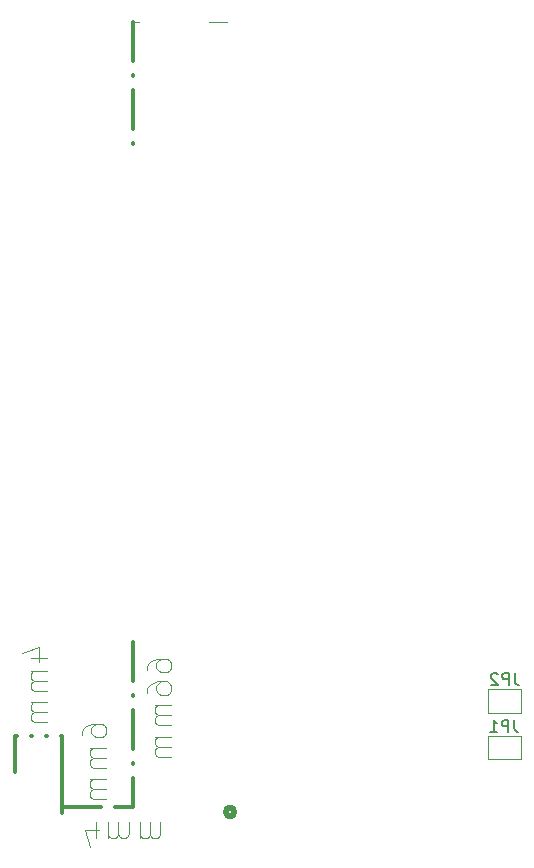
<source format=gbr>
%TF.GenerationSoftware,KiCad,Pcbnew,8.0.8*%
%TF.CreationDate,2025-01-17T17:15:23+08:00*%
%TF.ProjectId,The Button,54686520-4275-4747-946f-6e2e6b696361,rev?*%
%TF.SameCoordinates,Original*%
%TF.FileFunction,Legend,Bot*%
%TF.FilePolarity,Positive*%
%FSLAX46Y46*%
G04 Gerber Fmt 4.6, Leading zero omitted, Abs format (unit mm)*
G04 Created by KiCad (PCBNEW 8.0.8) date 2025-01-17 17:15:23*
%MOMM*%
%LPD*%
G01*
G04 APERTURE LIST*
%ADD10C,0.100000*%
%ADD11C,0.300000*%
%ADD12C,0.150000*%
%ADD13C,0.120000*%
%ADD14C,0.508000*%
G04 APERTURE END LIST*
D10*
X156899122Y-96583295D02*
X156899122Y-95249961D01*
X156422931Y-97345200D02*
X155946741Y-95916628D01*
X155946741Y-95916628D02*
X157184836Y-95916628D01*
X157946741Y-95249961D02*
X157946741Y-96583295D01*
X157946741Y-96392819D02*
X158041979Y-96488057D01*
X158041979Y-96488057D02*
X158232455Y-96583295D01*
X158232455Y-96583295D02*
X158518170Y-96583295D01*
X158518170Y-96583295D02*
X158708646Y-96488057D01*
X158708646Y-96488057D02*
X158803884Y-96297580D01*
X158803884Y-96297580D02*
X158803884Y-95249961D01*
X158803884Y-96297580D02*
X158899122Y-96488057D01*
X158899122Y-96488057D02*
X159089598Y-96583295D01*
X159089598Y-96583295D02*
X159375312Y-96583295D01*
X159375312Y-96583295D02*
X159565789Y-96488057D01*
X159565789Y-96488057D02*
X159661027Y-96297580D01*
X159661027Y-96297580D02*
X159661027Y-95249961D01*
X160613408Y-95249961D02*
X160613408Y-96583295D01*
X160613408Y-96392819D02*
X160708646Y-96488057D01*
X160708646Y-96488057D02*
X160899122Y-96583295D01*
X160899122Y-96583295D02*
X161184837Y-96583295D01*
X161184837Y-96583295D02*
X161375313Y-96488057D01*
X161375313Y-96488057D02*
X161470551Y-96297580D01*
X161470551Y-96297580D02*
X161470551Y-95249961D01*
X161470551Y-96297580D02*
X161565789Y-96488057D01*
X161565789Y-96488057D02*
X161756265Y-96583295D01*
X161756265Y-96583295D02*
X162041979Y-96583295D01*
X162041979Y-96583295D02*
X162232456Y-96488057D01*
X162232456Y-96488057D02*
X162327694Y-96297580D01*
X162327694Y-96297580D02*
X162327694Y-95249961D01*
D11*
X154000000Y-94000000D02*
X157300000Y-94000000D01*
X158500000Y-94000000D02*
X160000000Y-94000000D01*
D10*
X155750038Y-87899122D02*
X155750038Y-87518169D01*
X155750038Y-87518169D02*
X155845276Y-87327693D01*
X155845276Y-87327693D02*
X155940514Y-87232455D01*
X155940514Y-87232455D02*
X156226228Y-87041979D01*
X156226228Y-87041979D02*
X156607180Y-86946741D01*
X156607180Y-86946741D02*
X157369085Y-86946741D01*
X157369085Y-86946741D02*
X157559561Y-87041979D01*
X157559561Y-87041979D02*
X157654800Y-87137217D01*
X157654800Y-87137217D02*
X157750038Y-87327693D01*
X157750038Y-87327693D02*
X157750038Y-87708646D01*
X157750038Y-87708646D02*
X157654800Y-87899122D01*
X157654800Y-87899122D02*
X157559561Y-87994360D01*
X157559561Y-87994360D02*
X157369085Y-88089598D01*
X157369085Y-88089598D02*
X156892895Y-88089598D01*
X156892895Y-88089598D02*
X156702419Y-87994360D01*
X156702419Y-87994360D02*
X156607180Y-87899122D01*
X156607180Y-87899122D02*
X156511942Y-87708646D01*
X156511942Y-87708646D02*
X156511942Y-87327693D01*
X156511942Y-87327693D02*
X156607180Y-87137217D01*
X156607180Y-87137217D02*
X156702419Y-87041979D01*
X156702419Y-87041979D02*
X156892895Y-86946741D01*
X157750038Y-88946741D02*
X156416704Y-88946741D01*
X156607180Y-88946741D02*
X156511942Y-89041979D01*
X156511942Y-89041979D02*
X156416704Y-89232455D01*
X156416704Y-89232455D02*
X156416704Y-89518170D01*
X156416704Y-89518170D02*
X156511942Y-89708646D01*
X156511942Y-89708646D02*
X156702419Y-89803884D01*
X156702419Y-89803884D02*
X157750038Y-89803884D01*
X156702419Y-89803884D02*
X156511942Y-89899122D01*
X156511942Y-89899122D02*
X156416704Y-90089598D01*
X156416704Y-90089598D02*
X156416704Y-90375312D01*
X156416704Y-90375312D02*
X156511942Y-90565789D01*
X156511942Y-90565789D02*
X156702419Y-90661027D01*
X156702419Y-90661027D02*
X157750038Y-90661027D01*
X157750038Y-91613408D02*
X156416704Y-91613408D01*
X156607180Y-91613408D02*
X156511942Y-91708646D01*
X156511942Y-91708646D02*
X156416704Y-91899122D01*
X156416704Y-91899122D02*
X156416704Y-92184837D01*
X156416704Y-92184837D02*
X156511942Y-92375313D01*
X156511942Y-92375313D02*
X156702419Y-92470551D01*
X156702419Y-92470551D02*
X157750038Y-92470551D01*
X156702419Y-92470551D02*
X156511942Y-92565789D01*
X156511942Y-92565789D02*
X156416704Y-92756265D01*
X156416704Y-92756265D02*
X156416704Y-93041979D01*
X156416704Y-93041979D02*
X156511942Y-93232456D01*
X156511942Y-93232456D02*
X156702419Y-93327694D01*
X156702419Y-93327694D02*
X157750038Y-93327694D01*
D11*
X160000000Y-80000000D02*
X160000000Y-83300000D01*
X160000000Y-84500000D02*
X160000000Y-84560000D01*
X160000000Y-85760000D02*
X160000000Y-89060000D01*
X160000000Y-90260000D02*
X160000000Y-90320000D01*
X160000000Y-91520000D02*
X160000000Y-94000000D01*
X160000000Y-27500000D02*
X160000000Y-30800000D01*
X160000000Y-32000000D02*
X160000000Y-32060000D01*
X160000000Y-33260000D02*
X160000000Y-36560000D01*
X160000000Y-37760000D02*
X160000000Y-37820000D01*
D10*
X160500000Y-27500000D02*
X160000000Y-27500000D01*
X166500000Y-27500000D02*
X168000000Y-27500000D01*
X151416704Y-81399122D02*
X152750038Y-81399122D01*
X150654800Y-80922931D02*
X152083371Y-80446741D01*
X152083371Y-80446741D02*
X152083371Y-81684836D01*
X152750038Y-82446741D02*
X151416704Y-82446741D01*
X151607180Y-82446741D02*
X151511942Y-82541979D01*
X151511942Y-82541979D02*
X151416704Y-82732455D01*
X151416704Y-82732455D02*
X151416704Y-83018170D01*
X151416704Y-83018170D02*
X151511942Y-83208646D01*
X151511942Y-83208646D02*
X151702419Y-83303884D01*
X151702419Y-83303884D02*
X152750038Y-83303884D01*
X151702419Y-83303884D02*
X151511942Y-83399122D01*
X151511942Y-83399122D02*
X151416704Y-83589598D01*
X151416704Y-83589598D02*
X151416704Y-83875312D01*
X151416704Y-83875312D02*
X151511942Y-84065789D01*
X151511942Y-84065789D02*
X151702419Y-84161027D01*
X151702419Y-84161027D02*
X152750038Y-84161027D01*
X152750038Y-85113408D02*
X151416704Y-85113408D01*
X151607180Y-85113408D02*
X151511942Y-85208646D01*
X151511942Y-85208646D02*
X151416704Y-85399122D01*
X151416704Y-85399122D02*
X151416704Y-85684837D01*
X151416704Y-85684837D02*
X151511942Y-85875313D01*
X151511942Y-85875313D02*
X151702419Y-85970551D01*
X151702419Y-85970551D02*
X152750038Y-85970551D01*
X151702419Y-85970551D02*
X151511942Y-86065789D01*
X151511942Y-86065789D02*
X151416704Y-86256265D01*
X151416704Y-86256265D02*
X151416704Y-86541979D01*
X151416704Y-86541979D02*
X151511942Y-86732456D01*
X151511942Y-86732456D02*
X151702419Y-86827694D01*
X151702419Y-86827694D02*
X152750038Y-86827694D01*
D11*
X150000000Y-88000000D02*
X150000000Y-91000000D01*
X154000000Y-88000000D02*
X153940000Y-88000000D01*
X152740000Y-88000000D02*
X152680000Y-88000000D01*
X151480000Y-88000000D02*
X151420000Y-88000000D01*
X150220000Y-88000000D02*
X150160000Y-88000000D01*
X154000000Y-94500000D02*
X154000000Y-88000000D01*
D10*
X161250038Y-82399122D02*
X161250038Y-82018169D01*
X161250038Y-82018169D02*
X161345276Y-81827693D01*
X161345276Y-81827693D02*
X161440514Y-81732455D01*
X161440514Y-81732455D02*
X161726228Y-81541979D01*
X161726228Y-81541979D02*
X162107180Y-81446741D01*
X162107180Y-81446741D02*
X162869085Y-81446741D01*
X162869085Y-81446741D02*
X163059561Y-81541979D01*
X163059561Y-81541979D02*
X163154800Y-81637217D01*
X163154800Y-81637217D02*
X163250038Y-81827693D01*
X163250038Y-81827693D02*
X163250038Y-82208646D01*
X163250038Y-82208646D02*
X163154800Y-82399122D01*
X163154800Y-82399122D02*
X163059561Y-82494360D01*
X163059561Y-82494360D02*
X162869085Y-82589598D01*
X162869085Y-82589598D02*
X162392895Y-82589598D01*
X162392895Y-82589598D02*
X162202419Y-82494360D01*
X162202419Y-82494360D02*
X162107180Y-82399122D01*
X162107180Y-82399122D02*
X162011942Y-82208646D01*
X162011942Y-82208646D02*
X162011942Y-81827693D01*
X162011942Y-81827693D02*
X162107180Y-81637217D01*
X162107180Y-81637217D02*
X162202419Y-81541979D01*
X162202419Y-81541979D02*
X162392895Y-81446741D01*
X161250038Y-84303884D02*
X161250038Y-83922931D01*
X161250038Y-83922931D02*
X161345276Y-83732455D01*
X161345276Y-83732455D02*
X161440514Y-83637217D01*
X161440514Y-83637217D02*
X161726228Y-83446741D01*
X161726228Y-83446741D02*
X162107180Y-83351503D01*
X162107180Y-83351503D02*
X162869085Y-83351503D01*
X162869085Y-83351503D02*
X163059561Y-83446741D01*
X163059561Y-83446741D02*
X163154800Y-83541979D01*
X163154800Y-83541979D02*
X163250038Y-83732455D01*
X163250038Y-83732455D02*
X163250038Y-84113408D01*
X163250038Y-84113408D02*
X163154800Y-84303884D01*
X163154800Y-84303884D02*
X163059561Y-84399122D01*
X163059561Y-84399122D02*
X162869085Y-84494360D01*
X162869085Y-84494360D02*
X162392895Y-84494360D01*
X162392895Y-84494360D02*
X162202419Y-84399122D01*
X162202419Y-84399122D02*
X162107180Y-84303884D01*
X162107180Y-84303884D02*
X162011942Y-84113408D01*
X162011942Y-84113408D02*
X162011942Y-83732455D01*
X162011942Y-83732455D02*
X162107180Y-83541979D01*
X162107180Y-83541979D02*
X162202419Y-83446741D01*
X162202419Y-83446741D02*
X162392895Y-83351503D01*
X163250038Y-85351503D02*
X161916704Y-85351503D01*
X162107180Y-85351503D02*
X162011942Y-85446741D01*
X162011942Y-85446741D02*
X161916704Y-85637217D01*
X161916704Y-85637217D02*
X161916704Y-85922932D01*
X161916704Y-85922932D02*
X162011942Y-86113408D01*
X162011942Y-86113408D02*
X162202419Y-86208646D01*
X162202419Y-86208646D02*
X163250038Y-86208646D01*
X162202419Y-86208646D02*
X162011942Y-86303884D01*
X162011942Y-86303884D02*
X161916704Y-86494360D01*
X161916704Y-86494360D02*
X161916704Y-86780074D01*
X161916704Y-86780074D02*
X162011942Y-86970551D01*
X162011942Y-86970551D02*
X162202419Y-87065789D01*
X162202419Y-87065789D02*
X163250038Y-87065789D01*
X163250038Y-88018170D02*
X161916704Y-88018170D01*
X162107180Y-88018170D02*
X162011942Y-88113408D01*
X162011942Y-88113408D02*
X161916704Y-88303884D01*
X161916704Y-88303884D02*
X161916704Y-88589599D01*
X161916704Y-88589599D02*
X162011942Y-88780075D01*
X162011942Y-88780075D02*
X162202419Y-88875313D01*
X162202419Y-88875313D02*
X163250038Y-88875313D01*
X162202419Y-88875313D02*
X162011942Y-88970551D01*
X162011942Y-88970551D02*
X161916704Y-89161027D01*
X161916704Y-89161027D02*
X161916704Y-89446741D01*
X161916704Y-89446741D02*
X162011942Y-89637218D01*
X162011942Y-89637218D02*
X162202419Y-89732456D01*
X162202419Y-89732456D02*
X163250038Y-89732456D01*
D12*
X192333333Y-82654819D02*
X192333333Y-83369104D01*
X192333333Y-83369104D02*
X192380952Y-83511961D01*
X192380952Y-83511961D02*
X192476190Y-83607200D01*
X192476190Y-83607200D02*
X192619047Y-83654819D01*
X192619047Y-83654819D02*
X192714285Y-83654819D01*
X191857142Y-83654819D02*
X191857142Y-82654819D01*
X191857142Y-82654819D02*
X191476190Y-82654819D01*
X191476190Y-82654819D02*
X191380952Y-82702438D01*
X191380952Y-82702438D02*
X191333333Y-82750057D01*
X191333333Y-82750057D02*
X191285714Y-82845295D01*
X191285714Y-82845295D02*
X191285714Y-82988152D01*
X191285714Y-82988152D02*
X191333333Y-83083390D01*
X191333333Y-83083390D02*
X191380952Y-83131009D01*
X191380952Y-83131009D02*
X191476190Y-83178628D01*
X191476190Y-83178628D02*
X191857142Y-83178628D01*
X190904761Y-82750057D02*
X190857142Y-82702438D01*
X190857142Y-82702438D02*
X190761904Y-82654819D01*
X190761904Y-82654819D02*
X190523809Y-82654819D01*
X190523809Y-82654819D02*
X190428571Y-82702438D01*
X190428571Y-82702438D02*
X190380952Y-82750057D01*
X190380952Y-82750057D02*
X190333333Y-82845295D01*
X190333333Y-82845295D02*
X190333333Y-82940533D01*
X190333333Y-82940533D02*
X190380952Y-83083390D01*
X190380952Y-83083390D02*
X190952380Y-83654819D01*
X190952380Y-83654819D02*
X190333333Y-83654819D01*
X192290241Y-86613465D02*
X192290241Y-87327750D01*
X192290241Y-87327750D02*
X192337860Y-87470607D01*
X192337860Y-87470607D02*
X192433098Y-87565846D01*
X192433098Y-87565846D02*
X192575955Y-87613465D01*
X192575955Y-87613465D02*
X192671193Y-87613465D01*
X191814050Y-87613465D02*
X191814050Y-86613465D01*
X191814050Y-86613465D02*
X191433098Y-86613465D01*
X191433098Y-86613465D02*
X191337860Y-86661084D01*
X191337860Y-86661084D02*
X191290241Y-86708703D01*
X191290241Y-86708703D02*
X191242622Y-86803941D01*
X191242622Y-86803941D02*
X191242622Y-86946798D01*
X191242622Y-86946798D02*
X191290241Y-87042036D01*
X191290241Y-87042036D02*
X191337860Y-87089655D01*
X191337860Y-87089655D02*
X191433098Y-87137274D01*
X191433098Y-87137274D02*
X191814050Y-87137274D01*
X190290241Y-87613465D02*
X190861669Y-87613465D01*
X190575955Y-87613465D02*
X190575955Y-86613465D01*
X190575955Y-86613465D02*
X190671193Y-86756322D01*
X190671193Y-86756322D02*
X190766431Y-86851560D01*
X190766431Y-86851560D02*
X190861669Y-86899179D01*
D13*
%TO.C,JP2*%
X190100000Y-84000000D02*
X192900000Y-84000000D01*
X192900000Y-84000000D02*
X192900000Y-86000000D01*
X190100000Y-86000000D02*
X190100000Y-84000000D01*
X192900000Y-86000000D02*
X190100000Y-86000000D01*
%TO.C,JP1*%
X192856908Y-89958646D02*
X190056908Y-89958646D01*
X190056908Y-89958646D02*
X190056908Y-87958646D01*
X192856908Y-87958646D02*
X192856908Y-89958646D01*
X190056908Y-87958646D02*
X192856908Y-87958646D01*
D14*
%TO.C,J2*%
X168629400Y-94399999D02*
G75*
G02*
X167867400Y-94399999I-381000J0D01*
G01*
X167867400Y-94399999D02*
G75*
G02*
X168629400Y-94399999I381000J0D01*
G01*
%TD*%
M02*

</source>
